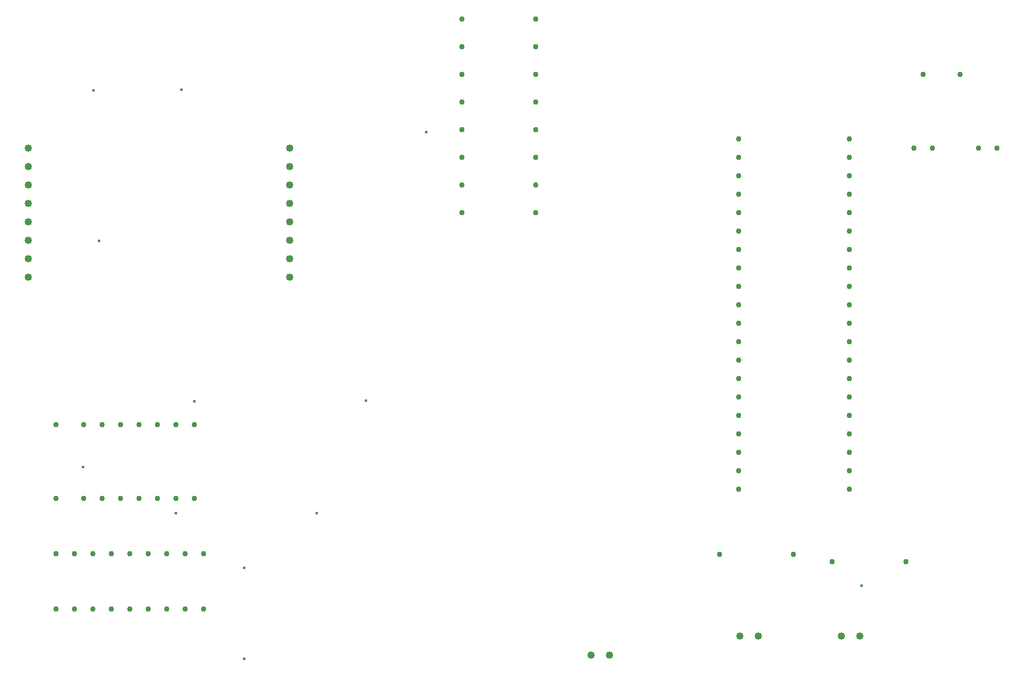
<source format=gbr>
G04 PROTEUS GERBER X2 FILE*
%TF.GenerationSoftware,Labcenter,Proteus,8.5-SP0-Build22067*%
%TF.CreationDate,2018-12-10T22:23:18+00:00*%
%TF.FileFunction,Plated,1,16,PTH*%
%TF.FilePolarity,Positive*%
%TF.Part,Single*%
%FSLAX45Y45*%
%MOMM*%
G01*
%TA.AperFunction,ViaDrill*%
%ADD34C,0.381000*%
%TA.AperFunction,ComponentDrill*%
%ADD35C,1.016000*%
%ADD36C,0.762000*%
D34*
X-4445000Y-2750000D03*
X-2500000Y-2750000D03*
X-5721004Y-2113665D03*
X-5500000Y+1000000D03*
X-5572693Y+3076969D03*
X-4365055Y+3084819D03*
X-1000000Y+2500000D03*
X-4186562Y-1207448D03*
X-1825157Y-1197894D03*
X-3500000Y-3500000D03*
X-3500000Y-4750000D03*
X+5000000Y-3750000D03*
D35*
X-6477000Y+2286000D03*
X-6477000Y+2032000D03*
X-6477000Y+1778000D03*
X-6477000Y+1524000D03*
X-6477000Y+1270000D03*
X-6477000Y+1016000D03*
X-6477000Y+762000D03*
X-6477000Y+508000D03*
X-2877820Y+2286000D03*
X-2877820Y+2032000D03*
X-2877820Y+1778000D03*
X-2877820Y+1524000D03*
X-2877820Y+1270000D03*
X-2877820Y+1016000D03*
X-2877820Y+762000D03*
X-2877820Y+508000D03*
D36*
X+4826000Y-2413000D03*
X+4826000Y-2159000D03*
X+4826000Y-1905000D03*
X+4826000Y-1651000D03*
X+4826000Y-1397000D03*
X+4826000Y-1143000D03*
X+4826000Y-889000D03*
X+4826000Y-635000D03*
X+4826000Y-381000D03*
X+4826000Y-127000D03*
X+4826000Y+127000D03*
X+4826000Y+381000D03*
X+4826000Y+635000D03*
X+4826000Y+889000D03*
X+4826000Y+1143000D03*
X+4826000Y+1397000D03*
X+4826000Y+1651000D03*
X+4826000Y+1905000D03*
X+4826000Y+2159000D03*
X+4826000Y+2413000D03*
X+3302000Y+2413000D03*
X+3302000Y+2159000D03*
X+3302000Y+1905000D03*
X+3302000Y+1651000D03*
X+3302000Y+1397000D03*
X+3302000Y+1143000D03*
X+3302000Y+889000D03*
X+3302000Y+635000D03*
X+3302000Y+381000D03*
X+3302000Y+127000D03*
X+3302000Y-127000D03*
X+3302000Y-381000D03*
X+3302000Y-635000D03*
X+3302000Y-889000D03*
X+3302000Y-1143000D03*
X+3302000Y-1397000D03*
X+3302000Y-1651000D03*
X+3302000Y-1905000D03*
X+3302000Y-2159000D03*
X+3302000Y-2413000D03*
X+6350000Y+3302000D03*
X+5842000Y+3302000D03*
X+5715000Y+2286000D03*
X+5969000Y+2286000D03*
X+6604000Y+2286000D03*
X+6858000Y+2286000D03*
X-508000Y+4064000D03*
X+508000Y+4064000D03*
X-508000Y+3683000D03*
X+508000Y+3683000D03*
X-508000Y+3302000D03*
X+508000Y+3302000D03*
X-508000Y+2921000D03*
X+508000Y+2921000D03*
X-508000Y+2540000D03*
X+508000Y+2540000D03*
X-508000Y+2159000D03*
X+508000Y+2159000D03*
X-508000Y+1778000D03*
X+508000Y+1778000D03*
X-508000Y+1397000D03*
X+508000Y+1397000D03*
X-6096000Y-4064000D03*
X-5842000Y-4064000D03*
X-5588000Y-4064000D03*
X-5334000Y-4064000D03*
X-5080000Y-4064000D03*
X-4826000Y-4064000D03*
X-4572000Y-4064000D03*
X-4318000Y-4064000D03*
X-4064000Y-4064000D03*
X-4064000Y-3302000D03*
X-4318000Y-3302000D03*
X-4572000Y-3302000D03*
X-4826000Y-3302000D03*
X-5080000Y-3302000D03*
X-5334000Y-3302000D03*
X-5588000Y-3302000D03*
X-5842000Y-3302000D03*
X-6096000Y-3302000D03*
X-6096000Y-2540000D03*
X-6096000Y-1524000D03*
X-5715000Y-2540000D03*
X-5715000Y-1524000D03*
X-5461000Y-2540000D03*
X-5461000Y-1524000D03*
X-5207000Y-2540000D03*
X-5207000Y-1524000D03*
X-4953000Y-2540000D03*
X-4953000Y-1524000D03*
X-4699000Y-2540000D03*
X-4699000Y-1524000D03*
X-4445000Y-2540000D03*
X-4445000Y-1524000D03*
X-4191000Y-2540000D03*
X-4191000Y-1524000D03*
D35*
X+1270000Y-4699000D03*
X+1524000Y-4699000D03*
X+4715000Y-4437000D03*
X+4969000Y-4437000D03*
D36*
X+3040000Y-3314000D03*
X+4056000Y-3314000D03*
X+4588000Y-3417000D03*
X+5604000Y-3417000D03*
D35*
X+3318000Y-4437000D03*
X+3572000Y-4437000D03*
M02*

</source>
